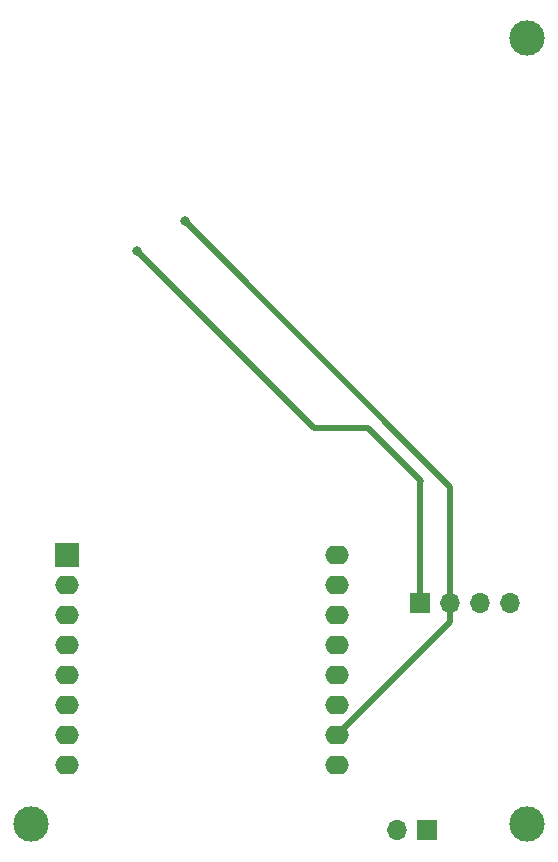
<source format=gbr>
%TF.GenerationSoftware,KiCad,Pcbnew,6.0.8-1.fc36*%
%TF.CreationDate,2022-11-03T20:53:56+01:00*%
%TF.ProjectId,breakout board,62726561-6b6f-4757-9420-626f6172642e,rev?*%
%TF.SameCoordinates,Original*%
%TF.FileFunction,Copper,L2,Bot*%
%TF.FilePolarity,Positive*%
%FSLAX46Y46*%
G04 Gerber Fmt 4.6, Leading zero omitted, Abs format (unit mm)*
G04 Created by KiCad (PCBNEW 6.0.8-1.fc36) date 2022-11-03 20:53:56*
%MOMM*%
%LPD*%
G01*
G04 APERTURE LIST*
%TA.AperFunction,ComponentPad*%
%ADD10R,2.000000X2.000000*%
%TD*%
%TA.AperFunction,ComponentPad*%
%ADD11O,2.000000X1.600000*%
%TD*%
%TA.AperFunction,ComponentPad*%
%ADD12R,1.700000X1.700000*%
%TD*%
%TA.AperFunction,ComponentPad*%
%ADD13O,1.700000X1.700000*%
%TD*%
%TA.AperFunction,ViaPad*%
%ADD14C,3.000000*%
%TD*%
%TA.AperFunction,ViaPad*%
%ADD15C,0.800000*%
%TD*%
%TA.AperFunction,Conductor*%
%ADD16C,0.500000*%
%TD*%
G04 APERTURE END LIST*
D10*
%TO.P,U1,1,~{RST}*%
%TO.N,/RST*%
X99555000Y-87270000D03*
D11*
%TO.P,U1,2,A0*%
%TO.N,unconnected-(U1-Pad2)*%
X99555000Y-89810000D03*
%TO.P,U1,3,D0*%
%TO.N,/D0*%
X99555000Y-92350000D03*
%TO.P,U1,4,SCK/D5*%
%TO.N,unconnected-(U1-Pad4)*%
X99555000Y-94890000D03*
%TO.P,U1,5,MISO/D6*%
%TO.N,unconnected-(U1-Pad5)*%
X99555000Y-97430000D03*
%TO.P,U1,6,MOSI/D7*%
%TO.N,unconnected-(U1-Pad6)*%
X99555000Y-99970000D03*
%TO.P,U1,7,CS/D8*%
%TO.N,unconnected-(U1-Pad7)*%
X99555000Y-102510000D03*
%TO.P,U1,8,3V3*%
%TO.N,unconnected-(U1-Pad8)*%
X99555000Y-105050000D03*
%TO.P,U1,9,5V*%
%TO.N,/Vcc*%
X122415000Y-105050000D03*
%TO.P,U1,10,GND*%
%TO.N,/GND*%
X122415000Y-102510000D03*
%TO.P,U1,11,D4*%
%TO.N,unconnected-(U1-Pad11)*%
X122415000Y-99970000D03*
%TO.P,U1,12,D3*%
%TO.N,unconnected-(U1-Pad12)*%
X122415000Y-97430000D03*
%TO.P,U1,13,SDA/D2*%
%TO.N,/BME_SDA*%
X122415000Y-94890000D03*
%TO.P,U1,14,SCL/D1*%
%TO.N,/BME_SCL*%
X122415000Y-92350000D03*
%TO.P,U1,15,RX*%
%TO.N,/PMS_TX*%
X122415000Y-89810000D03*
%TO.P,U1,16,TX*%
%TO.N,/PMS_RX*%
X122415000Y-87270000D03*
%TD*%
D12*
%TO.P,J2,1,Pin_1*%
%TO.N,/Vcc*%
X129470000Y-91310000D03*
D13*
%TO.P,J2,2,Pin_2*%
%TO.N,/GND*%
X132010000Y-91310000D03*
%TO.P,J2,3,Pin_3*%
%TO.N,/BME_SCL*%
X134550000Y-91310000D03*
%TO.P,J2,4,Pin_4*%
%TO.N,/BME_SDA*%
X137090000Y-91310000D03*
%TD*%
D12*
%TO.P,J4,1,Pin_1*%
%TO.N,/D0*%
X130000000Y-110500000D03*
D13*
%TO.P,J4,2,Pin_2*%
%TO.N,/RST*%
X127460000Y-110500000D03*
%TD*%
D14*
%TO.N,*%
X138500000Y-110000000D03*
X96500000Y-110000000D03*
X138500000Y-43500000D03*
D15*
%TO.N,/Vcc*%
X105500000Y-61500000D03*
%TO.N,/GND*%
X109500000Y-59000000D03*
%TD*%
D16*
%TO.N,/Vcc*%
X129470000Y-81030000D02*
X129470000Y-91310000D01*
X125000000Y-76500000D02*
X129500000Y-81000000D01*
X105500000Y-61500000D02*
X120500000Y-76500000D01*
X129500000Y-81000000D02*
X129470000Y-81030000D01*
X120500000Y-76500000D02*
X125000000Y-76500000D01*
%TO.N,/GND*%
X109500000Y-59000000D02*
X132010000Y-81510000D01*
X122415000Y-102510000D02*
X132010000Y-92915000D01*
X132010000Y-92915000D02*
X132010000Y-91310000D01*
X132010000Y-81510000D02*
X132010000Y-91310000D01*
%TD*%
M02*

</source>
